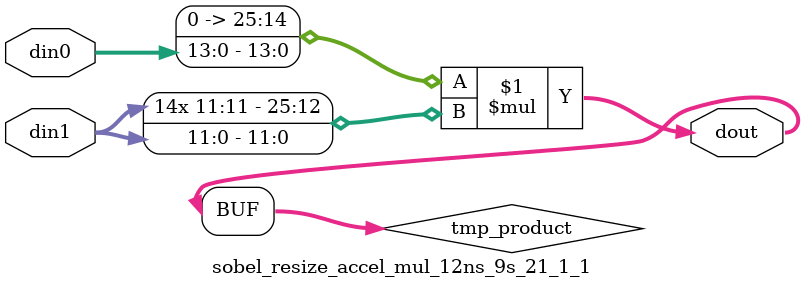
<source format=v>

`timescale 1 ns / 1 ps

  module sobel_resize_accel_mul_12ns_9s_21_1_1(din0, din1, dout);
parameter ID = 1;
parameter NUM_STAGE = 0;
parameter din0_WIDTH = 14;
parameter din1_WIDTH = 12;
parameter dout_WIDTH = 26;

input [din0_WIDTH - 1 : 0] din0; 
input [din1_WIDTH - 1 : 0] din1; 
output [dout_WIDTH - 1 : 0] dout;

wire signed [dout_WIDTH - 1 : 0] tmp_product;











assign tmp_product = $signed({1'b0, din0}) * $signed(din1);










assign dout = tmp_product;







endmodule

</source>
